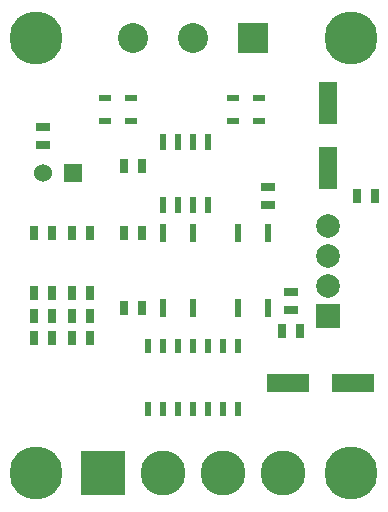
<source format=gts>
G04 (created by PCBNEW (2013-may-18)-stable) date Tue 02 Jun 2015 08:22:16 PM CEST*
%MOIN*%
G04 Gerber Fmt 3.4, Leading zero omitted, Abs format*
%FSLAX34Y34*%
G01*
G70*
G90*
G04 APERTURE LIST*
%ADD10C,0.00590551*%
%ADD11R,0.0236X0.0551*%
%ADD12R,0.025X0.045*%
%ADD13R,0.045X0.025*%
%ADD14R,0.06X0.06*%
%ADD15C,0.06*%
%ADD16R,0.1417X0.063*%
%ADD17C,0.15*%
%ADD18R,0.15X0.15*%
%ADD19R,0.1X0.1*%
%ADD20C,0.1*%
%ADD21C,0.177165*%
%ADD22R,0.0787402X0.0787402*%
%ADD23C,0.0787402*%
%ADD24R,0.063X0.1417*%
%ADD25R,0.02X0.045*%
%ADD26R,0.0394X0.0236*%
%ADD27R,0.0240157X0.0598425*%
G04 APERTURE END LIST*
G54D10*
G54D11*
X15000Y-16450D03*
X15000Y-18550D03*
X15500Y-16450D03*
X16000Y-16450D03*
X16500Y-16450D03*
X15500Y-18550D03*
X16000Y-18550D03*
X16500Y-18550D03*
G54D12*
X14300Y-17250D03*
X13700Y-17250D03*
X10700Y-22250D03*
X11300Y-22250D03*
X11950Y-23000D03*
X12550Y-23000D03*
X11950Y-22250D03*
X12550Y-22250D03*
G54D13*
X11000Y-16550D03*
X11000Y-15950D03*
G54D12*
X18950Y-22750D03*
X19550Y-22750D03*
X10700Y-21500D03*
X11300Y-21500D03*
X11950Y-21500D03*
X12550Y-21500D03*
G54D14*
X12000Y-17500D03*
G54D15*
X11000Y-17500D03*
G54D16*
X21333Y-24500D03*
X19167Y-24500D03*
G54D17*
X15000Y-27500D03*
X17000Y-27500D03*
G54D18*
X13000Y-27500D03*
G54D17*
X19000Y-27500D03*
G54D19*
X18000Y-13000D03*
G54D20*
X16000Y-13000D03*
X14000Y-13000D03*
G54D12*
X10700Y-23000D03*
X11300Y-23000D03*
G54D21*
X21250Y-27500D03*
X10750Y-27500D03*
X21250Y-13000D03*
X10750Y-13000D03*
G54D13*
X18500Y-17950D03*
X18500Y-18550D03*
G54D12*
X13700Y-19500D03*
X14300Y-19500D03*
G54D13*
X19250Y-21450D03*
X19250Y-22050D03*
G54D12*
X13700Y-22000D03*
X14300Y-22000D03*
X21450Y-18250D03*
X22050Y-18250D03*
X12550Y-19500D03*
X11950Y-19500D03*
X11300Y-19500D03*
X10700Y-19500D03*
G54D22*
X20500Y-22250D03*
G54D23*
X20500Y-21250D03*
X20500Y-20250D03*
X20500Y-19250D03*
G54D24*
X20500Y-17333D03*
X20500Y-15167D03*
G54D25*
X14500Y-25350D03*
X15000Y-25350D03*
X15500Y-25350D03*
X16000Y-25350D03*
X16500Y-25350D03*
X17000Y-25350D03*
X17500Y-25350D03*
X17500Y-23250D03*
X17000Y-23250D03*
X16500Y-23250D03*
X16000Y-23250D03*
X15500Y-23250D03*
X15000Y-23250D03*
X14500Y-23250D03*
G54D26*
X18183Y-15750D03*
X17317Y-15750D03*
X18183Y-15000D03*
X17317Y-15000D03*
X13933Y-15750D03*
X13067Y-15750D03*
X13933Y-15000D03*
X13067Y-15000D03*
G54D27*
X15000Y-22000D03*
X16000Y-22000D03*
X16000Y-19500D03*
X15000Y-19500D03*
X18500Y-19500D03*
X17500Y-19500D03*
X17500Y-22000D03*
X18500Y-22000D03*
M02*

</source>
